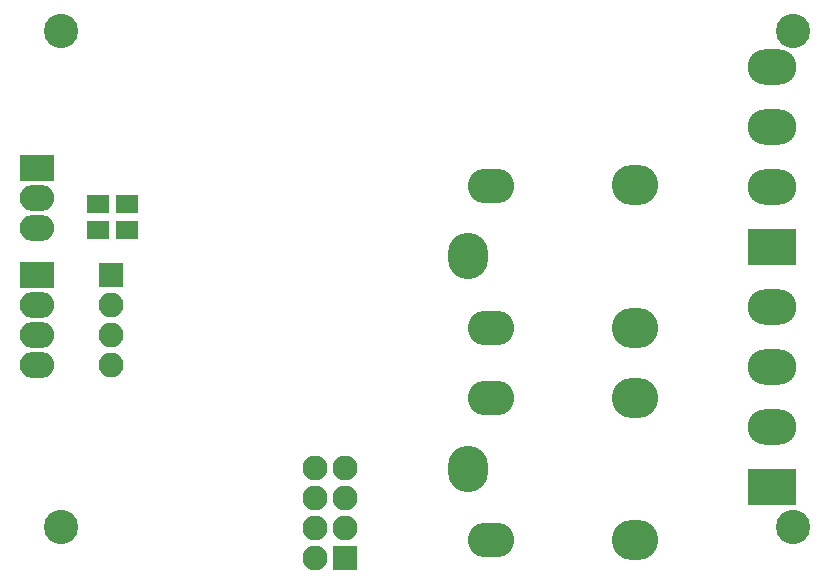
<source format=gbs>
G04 #@! TF.FileFunction,Soldermask,Bot*
%FSLAX46Y46*%
G04 Gerber Fmt 4.6, Leading zero omitted, Abs format (unit mm)*
G04 Created by KiCad (PCBNEW 4.0.6) date 01/12/18 15:45:59*
%MOMM*%
%LPD*%
G01*
G04 APERTURE LIST*
%ADD10C,0.100000*%
%ADD11C,2.900000*%
%ADD12R,1.900000X1.650000*%
%ADD13R,2.924000X2.224000*%
%ADD14O,2.924000X2.224000*%
%ADD15R,2.100000X2.100000*%
%ADD16O,2.100000X2.100000*%
%ADD17R,2.124000X2.124000*%
%ADD18C,2.124000*%
%ADD19O,4.124000X3.024000*%
%ADD20R,4.124000X3.024000*%
%ADD21O,3.924000X2.924000*%
%ADD22O,3.924000X3.400000*%
%ADD23O,3.400000X3.924000*%
G04 APERTURE END LIST*
D10*
D11*
X74000000Y-136000000D03*
X136000000Y-94000000D03*
X136000000Y-136000000D03*
D12*
X77150000Y-108640000D03*
X79650000Y-108640000D03*
X77140000Y-110880000D03*
X79640000Y-110880000D03*
D13*
X72000000Y-114670000D03*
D14*
X72000000Y-117210000D03*
X72000000Y-119750000D03*
X72000000Y-122290000D03*
D15*
X78290000Y-114670000D03*
D16*
X78290000Y-117210000D03*
X78290000Y-119750000D03*
X78290000Y-122290000D03*
D17*
X98100000Y-138570000D03*
D18*
X95560000Y-138570000D03*
X98100000Y-136030000D03*
X95560000Y-136030000D03*
X98100000Y-133490000D03*
X95560000Y-133490000D03*
X98100000Y-130950000D03*
X95560000Y-130950000D03*
D19*
X134200000Y-97010000D03*
X134200000Y-102090000D03*
X134200000Y-107170000D03*
D20*
X134200000Y-112250000D03*
D19*
X134200000Y-117360000D03*
X134200000Y-122440000D03*
X134200000Y-127520000D03*
D20*
X134200000Y-132600000D03*
D21*
X110400000Y-137100000D03*
D22*
X122600000Y-137100000D03*
X122650000Y-125050000D03*
D21*
X110400000Y-125100000D03*
D23*
X108450000Y-131050000D03*
D21*
X110400000Y-119100000D03*
D22*
X122600000Y-119100000D03*
X122650000Y-107050000D03*
D21*
X110400000Y-107100000D03*
D23*
X108450000Y-113050000D03*
D13*
X72000000Y-105610000D03*
D14*
X72000000Y-108150000D03*
X72000000Y-110690000D03*
D11*
X74000000Y-94000000D03*
M02*

</source>
